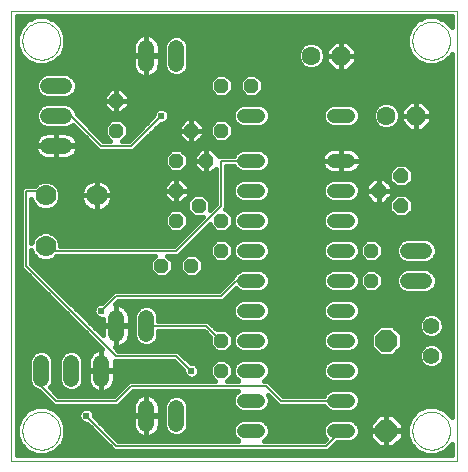
<source format=gbl>
G75*
%MOIN*%
%OFA0B0*%
%FSLAX24Y24*%
%IPPOS*%
%LPD*%
%AMOC8*
5,1,8,0,0,1.08239X$1,22.5*
%
%ADD10C,0.0000*%
%ADD11C,0.0480*%
%ADD12OC8,0.0500*%
%ADD13OC8,0.0480*%
%ADD14C,0.0540*%
%ADD15OC8,0.0750*%
%ADD16OC8,0.0630*%
%ADD17C,0.0630*%
%ADD18C,0.0551*%
%ADD19C,0.0700*%
%ADD20C,0.0060*%
%ADD21C,0.0160*%
%ADD22C,0.0240*%
D10*
X000180Y000180D02*
X000180Y015176D01*
X015050Y015176D01*
X015050Y000180D01*
X000180Y000180D01*
X000550Y001180D02*
X000552Y001230D01*
X000558Y001280D01*
X000568Y001329D01*
X000582Y001377D01*
X000599Y001424D01*
X000620Y001469D01*
X000645Y001513D01*
X000673Y001554D01*
X000705Y001593D01*
X000739Y001630D01*
X000776Y001664D01*
X000816Y001694D01*
X000858Y001721D01*
X000902Y001745D01*
X000948Y001766D01*
X000995Y001782D01*
X001043Y001795D01*
X001093Y001804D01*
X001142Y001809D01*
X001193Y001810D01*
X001243Y001807D01*
X001292Y001800D01*
X001341Y001789D01*
X001389Y001774D01*
X001435Y001756D01*
X001480Y001734D01*
X001523Y001708D01*
X001564Y001679D01*
X001603Y001647D01*
X001639Y001612D01*
X001671Y001574D01*
X001701Y001534D01*
X001728Y001491D01*
X001751Y001447D01*
X001770Y001401D01*
X001786Y001353D01*
X001798Y001304D01*
X001806Y001255D01*
X001810Y001205D01*
X001810Y001155D01*
X001806Y001105D01*
X001798Y001056D01*
X001786Y001007D01*
X001770Y000959D01*
X001751Y000913D01*
X001728Y000869D01*
X001701Y000826D01*
X001671Y000786D01*
X001639Y000748D01*
X001603Y000713D01*
X001564Y000681D01*
X001523Y000652D01*
X001480Y000626D01*
X001435Y000604D01*
X001389Y000586D01*
X001341Y000571D01*
X001292Y000560D01*
X001243Y000553D01*
X001193Y000550D01*
X001142Y000551D01*
X001093Y000556D01*
X001043Y000565D01*
X000995Y000578D01*
X000948Y000594D01*
X000902Y000615D01*
X000858Y000639D01*
X000816Y000666D01*
X000776Y000696D01*
X000739Y000730D01*
X000705Y000767D01*
X000673Y000806D01*
X000645Y000847D01*
X000620Y000891D01*
X000599Y000936D01*
X000582Y000983D01*
X000568Y001031D01*
X000558Y001080D01*
X000552Y001130D01*
X000550Y001180D01*
X000550Y014180D02*
X000552Y014230D01*
X000558Y014280D01*
X000568Y014329D01*
X000582Y014377D01*
X000599Y014424D01*
X000620Y014469D01*
X000645Y014513D01*
X000673Y014554D01*
X000705Y014593D01*
X000739Y014630D01*
X000776Y014664D01*
X000816Y014694D01*
X000858Y014721D01*
X000902Y014745D01*
X000948Y014766D01*
X000995Y014782D01*
X001043Y014795D01*
X001093Y014804D01*
X001142Y014809D01*
X001193Y014810D01*
X001243Y014807D01*
X001292Y014800D01*
X001341Y014789D01*
X001389Y014774D01*
X001435Y014756D01*
X001480Y014734D01*
X001523Y014708D01*
X001564Y014679D01*
X001603Y014647D01*
X001639Y014612D01*
X001671Y014574D01*
X001701Y014534D01*
X001728Y014491D01*
X001751Y014447D01*
X001770Y014401D01*
X001786Y014353D01*
X001798Y014304D01*
X001806Y014255D01*
X001810Y014205D01*
X001810Y014155D01*
X001806Y014105D01*
X001798Y014056D01*
X001786Y014007D01*
X001770Y013959D01*
X001751Y013913D01*
X001728Y013869D01*
X001701Y013826D01*
X001671Y013786D01*
X001639Y013748D01*
X001603Y013713D01*
X001564Y013681D01*
X001523Y013652D01*
X001480Y013626D01*
X001435Y013604D01*
X001389Y013586D01*
X001341Y013571D01*
X001292Y013560D01*
X001243Y013553D01*
X001193Y013550D01*
X001142Y013551D01*
X001093Y013556D01*
X001043Y013565D01*
X000995Y013578D01*
X000948Y013594D01*
X000902Y013615D01*
X000858Y013639D01*
X000816Y013666D01*
X000776Y013696D01*
X000739Y013730D01*
X000705Y013767D01*
X000673Y013806D01*
X000645Y013847D01*
X000620Y013891D01*
X000599Y013936D01*
X000582Y013983D01*
X000568Y014031D01*
X000558Y014080D01*
X000552Y014130D01*
X000550Y014180D01*
X013550Y014180D02*
X013552Y014230D01*
X013558Y014280D01*
X013568Y014329D01*
X013582Y014377D01*
X013599Y014424D01*
X013620Y014469D01*
X013645Y014513D01*
X013673Y014554D01*
X013705Y014593D01*
X013739Y014630D01*
X013776Y014664D01*
X013816Y014694D01*
X013858Y014721D01*
X013902Y014745D01*
X013948Y014766D01*
X013995Y014782D01*
X014043Y014795D01*
X014093Y014804D01*
X014142Y014809D01*
X014193Y014810D01*
X014243Y014807D01*
X014292Y014800D01*
X014341Y014789D01*
X014389Y014774D01*
X014435Y014756D01*
X014480Y014734D01*
X014523Y014708D01*
X014564Y014679D01*
X014603Y014647D01*
X014639Y014612D01*
X014671Y014574D01*
X014701Y014534D01*
X014728Y014491D01*
X014751Y014447D01*
X014770Y014401D01*
X014786Y014353D01*
X014798Y014304D01*
X014806Y014255D01*
X014810Y014205D01*
X014810Y014155D01*
X014806Y014105D01*
X014798Y014056D01*
X014786Y014007D01*
X014770Y013959D01*
X014751Y013913D01*
X014728Y013869D01*
X014701Y013826D01*
X014671Y013786D01*
X014639Y013748D01*
X014603Y013713D01*
X014564Y013681D01*
X014523Y013652D01*
X014480Y013626D01*
X014435Y013604D01*
X014389Y013586D01*
X014341Y013571D01*
X014292Y013560D01*
X014243Y013553D01*
X014193Y013550D01*
X014142Y013551D01*
X014093Y013556D01*
X014043Y013565D01*
X013995Y013578D01*
X013948Y013594D01*
X013902Y013615D01*
X013858Y013639D01*
X013816Y013666D01*
X013776Y013696D01*
X013739Y013730D01*
X013705Y013767D01*
X013673Y013806D01*
X013645Y013847D01*
X013620Y013891D01*
X013599Y013936D01*
X013582Y013983D01*
X013568Y014031D01*
X013558Y014080D01*
X013552Y014130D01*
X013550Y014180D01*
X013550Y001180D02*
X013552Y001230D01*
X013558Y001280D01*
X013568Y001329D01*
X013582Y001377D01*
X013599Y001424D01*
X013620Y001469D01*
X013645Y001513D01*
X013673Y001554D01*
X013705Y001593D01*
X013739Y001630D01*
X013776Y001664D01*
X013816Y001694D01*
X013858Y001721D01*
X013902Y001745D01*
X013948Y001766D01*
X013995Y001782D01*
X014043Y001795D01*
X014093Y001804D01*
X014142Y001809D01*
X014193Y001810D01*
X014243Y001807D01*
X014292Y001800D01*
X014341Y001789D01*
X014389Y001774D01*
X014435Y001756D01*
X014480Y001734D01*
X014523Y001708D01*
X014564Y001679D01*
X014603Y001647D01*
X014639Y001612D01*
X014671Y001574D01*
X014701Y001534D01*
X014728Y001491D01*
X014751Y001447D01*
X014770Y001401D01*
X014786Y001353D01*
X014798Y001304D01*
X014806Y001255D01*
X014810Y001205D01*
X014810Y001155D01*
X014806Y001105D01*
X014798Y001056D01*
X014786Y001007D01*
X014770Y000959D01*
X014751Y000913D01*
X014728Y000869D01*
X014701Y000826D01*
X014671Y000786D01*
X014639Y000748D01*
X014603Y000713D01*
X014564Y000681D01*
X014523Y000652D01*
X014480Y000626D01*
X014435Y000604D01*
X014389Y000586D01*
X014341Y000571D01*
X014292Y000560D01*
X014243Y000553D01*
X014193Y000550D01*
X014142Y000551D01*
X014093Y000556D01*
X014043Y000565D01*
X013995Y000578D01*
X013948Y000594D01*
X013902Y000615D01*
X013858Y000639D01*
X013816Y000666D01*
X013776Y000696D01*
X013739Y000730D01*
X013705Y000767D01*
X013673Y000806D01*
X013645Y000847D01*
X013620Y000891D01*
X013599Y000936D01*
X013582Y000983D01*
X013568Y001031D01*
X013558Y001080D01*
X013552Y001130D01*
X013550Y001180D01*
D11*
X011420Y001182D02*
X010940Y001182D01*
X010940Y002182D02*
X011420Y002182D01*
X011420Y003182D02*
X010940Y003182D01*
X010940Y004182D02*
X011420Y004182D01*
X011420Y005182D02*
X010940Y005182D01*
X010940Y006182D02*
X011420Y006182D01*
X011420Y007182D02*
X010940Y007182D01*
X010940Y008182D02*
X011420Y008182D01*
X011420Y009182D02*
X010940Y009182D01*
X010940Y010182D02*
X011420Y010182D01*
X011420Y011680D02*
X010940Y011680D01*
X008420Y011680D02*
X007940Y011680D01*
X007940Y010182D02*
X008420Y010182D01*
X008420Y009182D02*
X007940Y009182D01*
X007940Y008182D02*
X008420Y008182D01*
X008420Y007182D02*
X007940Y007182D01*
X007940Y006182D02*
X008420Y006182D01*
X008420Y005182D02*
X007940Y005182D01*
X007940Y004182D02*
X008420Y004182D01*
X008420Y003182D02*
X007940Y003182D01*
X007940Y002182D02*
X008420Y002182D01*
X008420Y001182D02*
X007940Y001182D01*
D12*
X013180Y008680D03*
X012430Y009180D03*
X013180Y009680D03*
D13*
X012180Y007180D03*
X012180Y006180D03*
X007180Y007180D03*
X006180Y006680D03*
X005180Y006680D03*
X005680Y008180D03*
X006430Y008680D03*
X007180Y008180D03*
X005680Y009180D03*
X005680Y010180D03*
X006180Y011180D03*
X007180Y011180D03*
X006680Y010180D03*
X007180Y012680D03*
X008180Y012680D03*
X003680Y012180D03*
X003680Y011180D03*
X007180Y004180D03*
X007180Y003180D03*
D14*
X005680Y001950D02*
X005680Y001410D01*
X004680Y001410D02*
X004680Y001950D01*
X003180Y002910D02*
X003180Y003450D01*
X002180Y003450D02*
X002180Y002910D01*
X001180Y002910D02*
X001180Y003450D01*
X003680Y004410D02*
X003680Y004950D01*
X004680Y004950D02*
X004680Y004410D01*
X001950Y010680D02*
X001410Y010680D01*
X001410Y011680D02*
X001950Y011680D01*
X001950Y012680D02*
X001410Y012680D01*
X004680Y013410D02*
X004680Y013950D01*
X005680Y013950D02*
X005680Y013410D01*
X013410Y007180D02*
X013950Y007180D01*
X013950Y006180D02*
X013410Y006180D01*
D15*
X012680Y004180D03*
X012680Y001180D03*
D16*
X013680Y011680D03*
X011180Y013680D03*
D17*
X010180Y013680D03*
X012680Y011680D03*
D18*
X014180Y004680D03*
X014180Y003680D03*
D19*
X003028Y009028D03*
X001332Y009028D03*
X001332Y007332D03*
D20*
X001180Y007180D01*
X005680Y007180D01*
X007180Y008680D01*
X007180Y010180D01*
X008180Y010180D01*
X008180Y010182D01*
X005180Y011680D02*
X004180Y010680D01*
X003180Y010680D01*
X002180Y011680D01*
X001680Y011680D01*
X001180Y009180D02*
X000680Y009180D01*
X000680Y006680D01*
X003680Y003680D01*
X005680Y003680D01*
X006180Y003180D01*
X007180Y004180D02*
X006680Y004680D01*
X004680Y004680D01*
X003680Y005680D02*
X007180Y005680D01*
X007680Y006180D01*
X008180Y006180D01*
X008180Y006182D01*
X008680Y002680D02*
X004180Y002680D01*
X003680Y002180D01*
X001680Y002180D01*
X001180Y002680D01*
X001180Y003180D01*
X002680Y001680D02*
X003680Y000680D01*
X010680Y000680D01*
X011180Y001180D01*
X011180Y001182D01*
X011180Y002180D02*
X011180Y002182D01*
X011180Y002180D02*
X009180Y002180D01*
X008680Y002680D01*
X003680Y005680D02*
X003180Y005180D01*
X001332Y009028D02*
X001180Y009180D01*
D21*
X000961Y009350D02*
X000610Y009350D01*
X000510Y009250D01*
X000510Y006610D01*
X000610Y006510D01*
X003220Y003899D01*
X003215Y003900D01*
X003190Y003900D01*
X003190Y003190D01*
X003630Y003190D01*
X003630Y003485D01*
X003626Y003510D01*
X005610Y003510D01*
X005920Y003200D01*
X005920Y003128D01*
X005960Y003033D01*
X006033Y002960D01*
X006128Y002920D01*
X006232Y002920D01*
X006327Y002960D01*
X006400Y003033D01*
X006440Y003128D01*
X006440Y003232D01*
X006400Y003327D01*
X006327Y003400D01*
X006232Y003440D01*
X006160Y003440D01*
X005850Y003750D01*
X005850Y003750D01*
X005750Y003850D01*
X003750Y003850D01*
X003640Y003961D01*
X003645Y003960D01*
X003670Y003960D01*
X003670Y004670D01*
X003230Y004670D01*
X003230Y004375D01*
X003231Y004370D01*
X000850Y006750D01*
X000850Y007215D01*
X000917Y007054D01*
X001054Y006917D01*
X001235Y006842D01*
X001429Y006842D01*
X001610Y006917D01*
X001703Y007010D01*
X004973Y007010D01*
X004800Y006837D01*
X000850Y006837D01*
X000850Y006996D02*
X000976Y006996D01*
X000875Y007154D02*
X000850Y007154D01*
X000850Y007449D02*
X000850Y008911D01*
X000917Y008750D01*
X001054Y008613D01*
X001235Y008538D01*
X001429Y008538D01*
X001610Y008613D01*
X001747Y008750D01*
X001822Y008931D01*
X001822Y009125D01*
X001747Y009306D01*
X001610Y009443D01*
X001429Y009518D01*
X001235Y009518D01*
X001054Y009443D01*
X000961Y009350D01*
X000984Y009373D02*
X000360Y009373D01*
X000360Y009532D02*
X002863Y009532D01*
X002825Y009519D02*
X002904Y009545D01*
X002986Y009558D01*
X003028Y009558D01*
X003028Y009028D01*
X003028Y009028D01*
X003558Y009028D01*
X003558Y009070D01*
X003545Y009152D01*
X003519Y009231D01*
X003481Y009306D01*
X003432Y009373D01*
X003373Y009432D01*
X003306Y009481D01*
X003231Y009519D01*
X003152Y009545D01*
X003070Y009558D01*
X003028Y009558D01*
X003028Y009028D01*
X003028Y009028D01*
X003558Y009028D01*
X003558Y008986D01*
X003545Y008904D01*
X003519Y008825D01*
X003481Y008750D01*
X003432Y008683D01*
X003373Y008624D01*
X003306Y008575D01*
X003231Y008537D01*
X003152Y008511D01*
X003070Y008498D01*
X003028Y008498D01*
X003028Y009028D01*
X003028Y009028D01*
X002498Y009028D01*
X002498Y009070D01*
X002511Y009152D01*
X002537Y009231D01*
X002575Y009306D01*
X002624Y009373D01*
X002683Y009432D01*
X002750Y009481D01*
X002825Y009519D01*
X003028Y009532D02*
X003028Y009532D01*
X003028Y009373D02*
X003028Y009373D01*
X003193Y009532D02*
X005438Y009532D01*
X005506Y009600D02*
X005260Y009354D01*
X005260Y009180D01*
X005680Y009180D01*
X005680Y009180D01*
X005680Y009600D01*
X005854Y009600D01*
X006100Y009354D01*
X006100Y009180D01*
X005680Y009180D01*
X005680Y009180D01*
X005680Y009180D01*
X005680Y009600D01*
X005506Y009600D01*
X005680Y009532D02*
X005680Y009532D01*
X005680Y009373D02*
X005680Y009373D01*
X005680Y009215D02*
X005680Y009215D01*
X005680Y009180D02*
X005260Y009180D01*
X005260Y009006D01*
X005506Y008760D01*
X005680Y008760D01*
X005854Y008760D01*
X006100Y009006D01*
X006100Y009180D01*
X005680Y009180D01*
X005680Y008760D01*
X005680Y009180D01*
X005680Y009180D01*
X005680Y009056D02*
X005680Y009056D01*
X005680Y008898D02*
X005680Y008898D01*
X005991Y008898D02*
X006110Y008898D01*
X006050Y008837D02*
X006050Y008523D01*
X006273Y008300D01*
X006560Y008300D01*
X005610Y007350D01*
X001822Y007350D01*
X001822Y007429D01*
X001747Y007610D01*
X001610Y007747D01*
X001429Y007822D01*
X001235Y007822D01*
X001054Y007747D01*
X000917Y007610D01*
X000850Y007449D01*
X000850Y007471D02*
X000859Y007471D01*
X000850Y007630D02*
X000937Y007630D01*
X000850Y007788D02*
X001152Y007788D01*
X000850Y007947D02*
X005376Y007947D01*
X005300Y008023D02*
X005523Y007800D01*
X005837Y007800D01*
X006060Y008023D01*
X006060Y008337D01*
X005837Y008560D01*
X005523Y008560D01*
X005300Y008337D01*
X005300Y008023D01*
X005300Y008105D02*
X000850Y008105D01*
X000850Y008264D02*
X005300Y008264D01*
X005385Y008422D02*
X000850Y008422D01*
X000850Y008581D02*
X001132Y008581D01*
X000928Y008739D02*
X000850Y008739D01*
X000850Y008898D02*
X000856Y008898D01*
X000510Y008898D02*
X000360Y008898D01*
X000360Y009056D02*
X000510Y009056D01*
X000510Y009215D02*
X000360Y009215D01*
X000360Y008739D02*
X000510Y008739D01*
X000510Y008581D02*
X000360Y008581D01*
X000360Y008422D02*
X000510Y008422D01*
X000510Y008264D02*
X000360Y008264D01*
X000360Y008105D02*
X000510Y008105D01*
X000510Y007947D02*
X000360Y007947D01*
X000360Y007788D02*
X000510Y007788D01*
X000510Y007630D02*
X000360Y007630D01*
X000360Y007471D02*
X000510Y007471D01*
X000510Y007313D02*
X000360Y007313D01*
X000360Y007154D02*
X000510Y007154D01*
X000510Y006996D02*
X000360Y006996D01*
X000360Y006837D02*
X000510Y006837D01*
X000510Y006679D02*
X000360Y006679D01*
X000360Y006520D02*
X000600Y006520D01*
X000758Y006362D02*
X000360Y006362D01*
X000360Y006203D02*
X000917Y006203D01*
X001075Y006045D02*
X000360Y006045D01*
X000360Y005886D02*
X001234Y005886D01*
X001392Y005728D02*
X000360Y005728D01*
X000360Y005569D02*
X001551Y005569D01*
X001709Y005411D02*
X000360Y005411D01*
X000360Y005252D02*
X001868Y005252D01*
X002026Y005094D02*
X000360Y005094D01*
X000360Y004935D02*
X002185Y004935D01*
X002343Y004777D02*
X000360Y004777D01*
X000360Y004618D02*
X002502Y004618D01*
X002660Y004460D02*
X000360Y004460D01*
X000360Y004301D02*
X002819Y004301D01*
X002977Y004143D02*
X000360Y004143D01*
X000360Y003984D02*
X003136Y003984D01*
X003145Y003900D02*
X003075Y003889D01*
X003007Y003867D01*
X002944Y003835D01*
X002887Y003793D01*
X002837Y003743D01*
X002795Y003686D01*
X002763Y003623D01*
X002741Y003555D01*
X002730Y003485D01*
X002730Y003190D01*
X003170Y003190D01*
X003170Y003900D01*
X003145Y003900D01*
X003170Y003826D02*
X003190Y003826D01*
X003190Y003667D02*
X003170Y003667D01*
X003170Y003509D02*
X003190Y003509D01*
X003190Y003350D02*
X003170Y003350D01*
X003170Y003192D02*
X003190Y003192D01*
X003190Y003190D02*
X003170Y003190D01*
X003170Y003170D01*
X003190Y003170D01*
X003190Y003190D01*
X003190Y003170D02*
X003630Y003170D01*
X003630Y002875D01*
X003619Y002805D01*
X003597Y002737D01*
X003565Y002674D01*
X003523Y002617D01*
X003473Y002567D01*
X003416Y002525D01*
X003353Y002493D01*
X003285Y002471D01*
X003215Y002460D01*
X003190Y002460D01*
X003190Y003170D01*
X003170Y003170D02*
X003170Y002460D01*
X003145Y002460D01*
X003075Y002471D01*
X003007Y002493D01*
X002944Y002525D01*
X002887Y002567D01*
X002837Y002617D01*
X002795Y002674D01*
X002763Y002737D01*
X002741Y002805D01*
X002730Y002875D01*
X002730Y003170D01*
X003170Y003170D01*
X003170Y003033D02*
X003190Y003033D01*
X003190Y002875D02*
X003170Y002875D01*
X003170Y002716D02*
X003190Y002716D01*
X003190Y002558D02*
X003170Y002558D01*
X002900Y002558D02*
X002400Y002558D01*
X002412Y002562D02*
X002528Y002678D01*
X002590Y002828D01*
X002590Y003532D01*
X002528Y003682D01*
X002412Y003798D01*
X002262Y003860D01*
X002098Y003860D01*
X001948Y003798D01*
X001832Y003682D01*
X001770Y003532D01*
X001770Y002828D01*
X001832Y002678D01*
X001948Y002562D01*
X002098Y002500D01*
X002262Y002500D01*
X002412Y002562D01*
X002543Y002716D02*
X002774Y002716D01*
X002730Y002875D02*
X002590Y002875D01*
X002590Y003033D02*
X002730Y003033D01*
X002730Y003192D02*
X002590Y003192D01*
X002590Y003350D02*
X002730Y003350D01*
X002734Y003509D02*
X002590Y003509D01*
X002534Y003667D02*
X002786Y003667D01*
X002931Y003826D02*
X002345Y003826D01*
X002015Y003826D02*
X001345Y003826D01*
X001412Y003798D02*
X001262Y003860D01*
X001098Y003860D01*
X000948Y003798D01*
X000832Y003682D01*
X000770Y003532D01*
X000770Y002828D01*
X000832Y002678D01*
X000948Y002562D01*
X001098Y002500D01*
X001120Y002500D01*
X001610Y002010D01*
X003750Y002010D01*
X003850Y002110D01*
X004250Y002510D01*
X007739Y002510D01*
X007725Y002504D01*
X007618Y002397D01*
X007560Y002258D01*
X007560Y002106D01*
X007618Y001967D01*
X007725Y001860D01*
X007864Y001802D01*
X008496Y001802D01*
X008635Y001860D01*
X008742Y001967D01*
X008800Y002106D01*
X008800Y002258D01*
X008756Y002363D01*
X009110Y002010D01*
X010600Y002010D01*
X010618Y001967D01*
X010725Y001860D01*
X010864Y001802D01*
X011496Y001802D01*
X011635Y001860D01*
X011742Y001967D01*
X011800Y002106D01*
X011800Y002258D01*
X011742Y002397D01*
X011635Y002504D01*
X011496Y002562D01*
X010864Y002562D01*
X010725Y002504D01*
X010618Y002397D01*
X010598Y002350D01*
X009250Y002350D01*
X008850Y002750D01*
X008750Y002850D01*
X008612Y002850D01*
X008635Y002860D01*
X008742Y002967D01*
X008800Y003106D01*
X008800Y003258D01*
X008742Y003397D01*
X008635Y003504D01*
X008496Y003562D01*
X007864Y003562D01*
X007725Y003504D01*
X007618Y003397D01*
X007560Y003258D01*
X007560Y003106D01*
X007618Y002967D01*
X007725Y002860D01*
X007748Y002850D01*
X007387Y002850D01*
X007560Y003023D01*
X007560Y003337D01*
X007337Y003560D01*
X007023Y003560D01*
X006800Y003337D01*
X006800Y003023D01*
X006973Y002850D01*
X004110Y002850D01*
X003610Y002350D01*
X001750Y002350D01*
X001475Y002625D01*
X001528Y002678D01*
X001590Y002828D01*
X001590Y003532D01*
X001528Y003682D01*
X001412Y003798D01*
X001534Y003667D02*
X001826Y003667D01*
X001770Y003509D02*
X001590Y003509D01*
X001590Y003350D02*
X001770Y003350D01*
X001770Y003192D02*
X001590Y003192D01*
X001590Y003033D02*
X001770Y003033D01*
X001770Y002875D02*
X001590Y002875D01*
X001543Y002716D02*
X001817Y002716D01*
X001960Y002558D02*
X001543Y002558D01*
X001701Y002399D02*
X003659Y002399D01*
X003817Y002558D02*
X003460Y002558D01*
X003586Y002716D02*
X003976Y002716D01*
X004139Y002399D02*
X004638Y002399D01*
X004645Y002400D02*
X004575Y002389D01*
X004507Y002367D01*
X004444Y002335D01*
X004387Y002293D01*
X004337Y002243D01*
X004295Y002186D01*
X004263Y002123D01*
X004241Y002055D01*
X004230Y001985D01*
X004230Y001690D01*
X004670Y001690D01*
X004670Y002400D01*
X004645Y002400D01*
X004670Y002399D02*
X004690Y002399D01*
X004690Y002400D02*
X004690Y001690D01*
X004670Y001690D01*
X004670Y001670D01*
X004230Y001670D01*
X004230Y001375D01*
X004241Y001305D01*
X004263Y001237D01*
X004295Y001174D01*
X004337Y001117D01*
X004387Y001067D01*
X004444Y001025D01*
X004507Y000993D01*
X004575Y000971D01*
X004645Y000960D01*
X004670Y000960D01*
X004670Y001670D01*
X004690Y001670D01*
X004690Y001690D01*
X005130Y001690D01*
X005130Y001985D01*
X005119Y002055D01*
X005097Y002123D01*
X005065Y002186D01*
X005023Y002243D01*
X004973Y002293D01*
X004916Y002335D01*
X004853Y002367D01*
X004785Y002389D01*
X004715Y002400D01*
X004690Y002400D01*
X004722Y002399D02*
X007620Y002399D01*
X007560Y002241D02*
X005969Y002241D01*
X005912Y002298D02*
X005762Y002360D01*
X005598Y002360D01*
X005448Y002298D01*
X005332Y002182D01*
X005270Y002032D01*
X005270Y001328D01*
X005332Y001178D01*
X005448Y001062D01*
X005598Y001000D01*
X005762Y001000D01*
X005912Y001062D01*
X006028Y001178D01*
X006090Y001328D01*
X006090Y002032D01*
X006028Y002182D01*
X005912Y002298D01*
X006069Y002082D02*
X007570Y002082D01*
X007661Y001924D02*
X006090Y001924D01*
X006090Y001765D02*
X013620Y001765D01*
X013721Y001867D02*
X013493Y001639D01*
X013370Y001341D01*
X013370Y001019D01*
X013493Y000721D01*
X013721Y000493D01*
X014019Y000370D01*
X014341Y000370D01*
X014639Y000493D01*
X014867Y000721D01*
X014870Y000730D01*
X014870Y000360D01*
X000360Y000360D01*
X000360Y014996D01*
X014870Y014996D01*
X014870Y014630D01*
X014867Y014639D01*
X014639Y014867D01*
X014341Y014990D01*
X014019Y014990D01*
X013721Y014867D01*
X013493Y014639D01*
X013370Y014341D01*
X013370Y014019D01*
X013493Y013721D01*
X013721Y013493D01*
X014019Y013370D01*
X014341Y013370D01*
X014639Y013493D01*
X014867Y013721D01*
X014870Y013730D01*
X014870Y001630D01*
X014867Y001639D01*
X014639Y001867D01*
X014341Y001990D01*
X014019Y001990D01*
X013721Y001867D01*
X013859Y001924D02*
X011699Y001924D01*
X011790Y002082D02*
X014870Y002082D01*
X014870Y001924D02*
X014501Y001924D01*
X014740Y001765D02*
X014870Y001765D01*
X014870Y002241D02*
X011800Y002241D01*
X011740Y002399D02*
X014870Y002399D01*
X014870Y002558D02*
X011506Y002558D01*
X011496Y002802D02*
X011635Y002860D01*
X011742Y002967D01*
X011800Y003106D01*
X011800Y003258D01*
X011742Y003397D01*
X011635Y003504D01*
X011496Y003562D01*
X010864Y003562D01*
X010725Y003504D01*
X010618Y003397D01*
X010560Y003258D01*
X010560Y003106D01*
X010618Y002967D01*
X010725Y002860D01*
X010864Y002802D01*
X011496Y002802D01*
X011650Y002875D02*
X014870Y002875D01*
X014870Y003033D02*
X011770Y003033D01*
X011800Y003192D02*
X014870Y003192D01*
X014870Y003350D02*
X014438Y003350D01*
X014415Y003328D02*
X014532Y003445D01*
X014596Y003597D01*
X014596Y003763D01*
X014532Y003915D01*
X014415Y004032D01*
X014263Y004096D01*
X014097Y004096D01*
X013945Y004032D01*
X013828Y003915D01*
X013764Y003763D01*
X013764Y003597D01*
X013828Y003445D01*
X013945Y003328D01*
X014097Y003264D01*
X014263Y003264D01*
X014415Y003328D01*
X014559Y003509D02*
X014870Y003509D01*
X014870Y003667D02*
X014596Y003667D01*
X014570Y003826D02*
X014870Y003826D01*
X014870Y003984D02*
X014464Y003984D01*
X014263Y004264D02*
X014097Y004264D01*
X013945Y004328D01*
X013828Y004445D01*
X013764Y004597D01*
X013764Y004763D01*
X013828Y004915D01*
X013945Y005032D01*
X014097Y005096D01*
X014263Y005096D01*
X014415Y005032D01*
X014532Y004915D01*
X014596Y004763D01*
X014596Y004597D01*
X014532Y004445D01*
X014415Y004328D01*
X014263Y004264D01*
X014351Y004301D02*
X014870Y004301D01*
X014870Y004460D02*
X014538Y004460D01*
X014596Y004618D02*
X014870Y004618D01*
X014870Y004777D02*
X014590Y004777D01*
X014513Y004935D02*
X014870Y004935D01*
X014870Y005094D02*
X014268Y005094D01*
X014092Y005094D02*
X011795Y005094D01*
X011800Y005106D02*
X011800Y005258D01*
X011742Y005397D01*
X011635Y005504D01*
X011496Y005562D01*
X010864Y005562D01*
X010725Y005504D01*
X010618Y005397D01*
X010560Y005258D01*
X010560Y005106D01*
X010618Y004967D01*
X010725Y004860D01*
X010864Y004802D01*
X011496Y004802D01*
X011635Y004860D01*
X011742Y004967D01*
X011800Y005106D01*
X011800Y005252D02*
X014870Y005252D01*
X014870Y005411D02*
X011729Y005411D01*
X011496Y005802D02*
X011635Y005860D01*
X011742Y005967D01*
X011800Y006106D01*
X011800Y006258D01*
X011742Y006397D01*
X011635Y006504D01*
X011496Y006562D01*
X010864Y006562D01*
X010725Y006504D01*
X010618Y006397D01*
X010560Y006258D01*
X010560Y006106D01*
X010618Y005967D01*
X010725Y005860D01*
X010864Y005802D01*
X011496Y005802D01*
X011661Y005886D02*
X011937Y005886D01*
X012023Y005800D02*
X011800Y006023D01*
X011800Y006337D01*
X012023Y006560D01*
X012337Y006560D01*
X012560Y006337D01*
X012560Y006023D01*
X012337Y005800D01*
X012023Y005800D01*
X011800Y006045D02*
X011774Y006045D01*
X011800Y006203D02*
X011800Y006203D01*
X011824Y006362D02*
X011757Y006362D01*
X011597Y006520D02*
X011983Y006520D01*
X012023Y006800D02*
X012337Y006800D01*
X012560Y007023D01*
X012560Y007337D01*
X012337Y007560D01*
X012023Y007560D01*
X011800Y007337D01*
X011800Y007023D01*
X012023Y006800D01*
X011986Y006837D02*
X011580Y006837D01*
X011635Y006860D02*
X011742Y006967D01*
X011800Y007106D01*
X011800Y007258D01*
X011742Y007397D01*
X011635Y007504D01*
X011496Y007562D01*
X010864Y007562D01*
X010725Y007504D01*
X010618Y007397D01*
X010560Y007258D01*
X010560Y007106D01*
X010618Y006967D01*
X010725Y006860D01*
X010864Y006802D01*
X011496Y006802D01*
X011635Y006860D01*
X011754Y006996D02*
X011827Y006996D01*
X011800Y007154D02*
X011800Y007154D01*
X011800Y007313D02*
X011777Y007313D01*
X011668Y007471D02*
X011934Y007471D01*
X011635Y007860D02*
X011742Y007967D01*
X011800Y008106D01*
X011800Y008258D01*
X011742Y008397D01*
X011635Y008504D01*
X011496Y008562D01*
X010864Y008562D01*
X010725Y008504D01*
X010618Y008397D01*
X010560Y008258D01*
X010560Y008106D01*
X010618Y007967D01*
X010725Y007860D01*
X010864Y007802D01*
X011496Y007802D01*
X011635Y007860D01*
X011722Y007947D02*
X014870Y007947D01*
X014870Y008105D02*
X011799Y008105D01*
X011798Y008264D02*
X014870Y008264D01*
X014870Y008422D02*
X013474Y008422D01*
X013570Y008518D02*
X013342Y008290D01*
X013018Y008290D01*
X012790Y008518D01*
X012790Y008842D01*
X013018Y009070D01*
X013342Y009070D01*
X013570Y008842D01*
X013570Y008518D01*
X013570Y008581D02*
X014870Y008581D01*
X014870Y008739D02*
X013570Y008739D01*
X013514Y008898D02*
X014870Y008898D01*
X014870Y009056D02*
X013356Y009056D01*
X013342Y009290D02*
X013018Y009290D01*
X012790Y009518D01*
X012790Y009842D01*
X013018Y010070D01*
X013342Y010070D01*
X013570Y009842D01*
X013570Y009518D01*
X013342Y009290D01*
X013425Y009373D02*
X014870Y009373D01*
X014870Y009532D02*
X013570Y009532D01*
X013570Y009690D02*
X014870Y009690D01*
X014870Y009849D02*
X013563Y009849D01*
X013405Y010007D02*
X014870Y010007D01*
X014870Y010166D02*
X011840Y010166D01*
X011840Y010182D02*
X011180Y010182D01*
X011180Y010182D01*
X011180Y010602D01*
X010907Y010602D01*
X010842Y010592D01*
X010779Y010571D01*
X010720Y010541D01*
X010666Y010502D01*
X010620Y010456D01*
X010581Y010402D01*
X010551Y010343D01*
X010530Y010280D01*
X010520Y010215D01*
X010520Y010182D01*
X011180Y010182D01*
X011180Y010602D01*
X011453Y010602D01*
X011518Y010592D01*
X011581Y010571D01*
X011640Y010541D01*
X011694Y010502D01*
X011740Y010456D01*
X011779Y010402D01*
X011809Y010343D01*
X011830Y010280D01*
X011840Y010215D01*
X011840Y010182D01*
X011180Y010182D01*
X011180Y010182D01*
X011180Y010182D01*
X010520Y010182D01*
X010520Y010149D01*
X010530Y010084D01*
X010551Y010021D01*
X010581Y009962D01*
X010620Y009908D01*
X010666Y009862D01*
X010720Y009823D01*
X010779Y009793D01*
X010842Y009772D01*
X010907Y009762D01*
X011180Y009762D01*
X011453Y009762D01*
X011518Y009772D01*
X011581Y009793D01*
X011640Y009823D01*
X011694Y009862D01*
X011740Y009908D01*
X011779Y009962D01*
X011809Y010021D01*
X011830Y010084D01*
X011840Y010149D01*
X011840Y010182D01*
X011815Y010324D02*
X014870Y010324D01*
X014870Y010483D02*
X011713Y010483D01*
X011802Y010007D02*
X012955Y010007D01*
X012797Y009849D02*
X011676Y009849D01*
X011569Y009532D02*
X012173Y009532D01*
X012252Y009610D02*
X012000Y009358D01*
X012000Y009180D01*
X012430Y009180D01*
X012430Y009180D01*
X012430Y009610D01*
X012608Y009610D01*
X012860Y009358D01*
X012860Y009180D01*
X012430Y009180D01*
X012430Y009180D01*
X012430Y009180D01*
X012430Y009610D01*
X012252Y009610D01*
X012430Y009532D02*
X012430Y009532D01*
X012430Y009373D02*
X012430Y009373D01*
X012430Y009215D02*
X012430Y009215D01*
X012430Y009180D02*
X012000Y009180D01*
X012000Y009002D01*
X012252Y008750D01*
X012430Y008750D01*
X012608Y008750D01*
X012860Y009002D01*
X012860Y009180D01*
X012430Y009180D01*
X012430Y008750D01*
X012430Y009180D01*
X012430Y009180D01*
X012430Y009056D02*
X012430Y009056D01*
X012430Y008898D02*
X012430Y008898D01*
X012756Y008898D02*
X012846Y008898D01*
X012860Y009056D02*
X013004Y009056D01*
X012860Y009215D02*
X014870Y009215D01*
X014870Y007788D02*
X006528Y007788D01*
X006370Y007630D02*
X014870Y007630D01*
X014870Y007471D02*
X014239Y007471D01*
X014182Y007528D02*
X014298Y007412D01*
X014360Y007262D01*
X014360Y007098D01*
X014298Y006948D01*
X014182Y006832D01*
X014032Y006770D01*
X013328Y006770D01*
X013178Y006832D01*
X013062Y006948D01*
X013000Y007098D01*
X013000Y007262D01*
X013062Y007412D01*
X013178Y007528D01*
X013328Y007590D01*
X014032Y007590D01*
X014182Y007528D01*
X014339Y007313D02*
X014870Y007313D01*
X014870Y007154D02*
X014360Y007154D01*
X014317Y006996D02*
X014870Y006996D01*
X014870Y006837D02*
X014187Y006837D01*
X014032Y006590D02*
X013328Y006590D01*
X013178Y006528D01*
X013062Y006412D01*
X013000Y006262D01*
X013000Y006098D01*
X013062Y005948D01*
X013178Y005832D01*
X013328Y005770D01*
X014032Y005770D01*
X014182Y005832D01*
X014298Y005948D01*
X014360Y006098D01*
X014360Y006262D01*
X014298Y006412D01*
X014182Y006528D01*
X014032Y006590D01*
X014190Y006520D02*
X014870Y006520D01*
X014870Y006362D02*
X014319Y006362D01*
X014360Y006203D02*
X014870Y006203D01*
X014870Y006045D02*
X014338Y006045D01*
X014236Y005886D02*
X014870Y005886D01*
X014870Y005728D02*
X007468Y005728D01*
X007626Y005886D02*
X007699Y005886D01*
X007725Y005860D02*
X007662Y005922D01*
X007250Y005510D01*
X003750Y005510D01*
X003640Y005399D01*
X003645Y005400D01*
X003670Y005400D01*
X003670Y004690D01*
X003690Y004690D01*
X003690Y005400D01*
X003715Y005400D01*
X003785Y005389D01*
X003853Y005367D01*
X003916Y005335D01*
X003973Y005293D01*
X004023Y005243D01*
X004065Y005186D01*
X004097Y005123D01*
X004119Y005055D01*
X004130Y004985D01*
X004130Y004690D01*
X003690Y004690D01*
X003690Y004670D01*
X004130Y004670D01*
X004130Y004375D01*
X004119Y004305D01*
X004097Y004237D01*
X004065Y004174D01*
X004023Y004117D01*
X003973Y004067D01*
X003916Y004025D01*
X003853Y003993D01*
X003785Y003971D01*
X003715Y003960D01*
X003690Y003960D01*
X003690Y004670D01*
X003670Y004670D01*
X003670Y004690D01*
X003230Y004690D01*
X003230Y004920D01*
X003128Y004920D01*
X003033Y004960D01*
X002960Y005033D01*
X002920Y005128D01*
X002920Y005232D01*
X002960Y005327D01*
X003033Y005400D01*
X003128Y005440D01*
X003200Y005440D01*
X003510Y005750D01*
X003610Y005850D01*
X007110Y005850D01*
X007510Y006250D01*
X007590Y006331D01*
X007618Y006397D01*
X007725Y006504D01*
X007864Y006562D01*
X008496Y006562D01*
X008635Y006504D01*
X008742Y006397D01*
X008800Y006258D01*
X008800Y006106D01*
X008742Y005967D01*
X008635Y005860D01*
X008496Y005802D01*
X007864Y005802D01*
X007725Y005860D01*
X007864Y005562D02*
X007725Y005504D01*
X007618Y005397D01*
X007560Y005258D01*
X007560Y005106D01*
X007618Y004967D01*
X007725Y004860D01*
X007864Y004802D01*
X008496Y004802D01*
X008635Y004860D01*
X008742Y004967D01*
X008800Y005106D01*
X008800Y005258D01*
X008742Y005397D01*
X008635Y005504D01*
X008496Y005562D01*
X007864Y005562D01*
X007631Y005411D02*
X003651Y005411D01*
X003670Y005252D02*
X003690Y005252D01*
X003690Y005094D02*
X003670Y005094D01*
X003670Y004935D02*
X003690Y004935D01*
X003690Y004777D02*
X003670Y004777D01*
X003670Y004618D02*
X003690Y004618D01*
X003690Y004460D02*
X003670Y004460D01*
X003670Y004301D02*
X003690Y004301D01*
X003690Y004143D02*
X003670Y004143D01*
X003670Y003984D02*
X003690Y003984D01*
X003825Y003984D02*
X006839Y003984D01*
X006800Y004023D02*
X007023Y003800D01*
X007337Y003800D01*
X007560Y004023D01*
X007560Y004337D01*
X007337Y004560D01*
X007040Y004560D01*
X006750Y004850D01*
X005090Y004850D01*
X005090Y005032D01*
X005028Y005182D01*
X004912Y005298D01*
X004762Y005360D01*
X004598Y005360D01*
X004448Y005298D01*
X004332Y005182D01*
X004270Y005032D01*
X004270Y004328D01*
X004332Y004178D01*
X004448Y004062D01*
X004598Y004000D01*
X004762Y004000D01*
X004912Y004062D01*
X005028Y004178D01*
X005090Y004328D01*
X005090Y004510D01*
X006610Y004510D01*
X006800Y004320D01*
X006800Y004023D01*
X006800Y004143D02*
X004992Y004143D01*
X005079Y004301D02*
X006800Y004301D01*
X006660Y004460D02*
X005090Y004460D01*
X005090Y004935D02*
X007650Y004935D01*
X007565Y005094D02*
X005064Y005094D01*
X004958Y005252D02*
X007560Y005252D01*
X007309Y005569D02*
X014870Y005569D01*
X014870Y006679D02*
X006560Y006679D01*
X006560Y006523D02*
X006337Y006300D01*
X006023Y006300D01*
X005800Y006523D01*
X005800Y006837D01*
X005560Y006837D01*
X005387Y007010D01*
X005750Y007010D01*
X006800Y008060D01*
X006800Y008023D01*
X007023Y007800D01*
X007337Y007800D01*
X007560Y008023D01*
X007560Y008337D01*
X007337Y008560D01*
X007300Y008560D01*
X007350Y008610D01*
X007350Y010010D01*
X007600Y010010D01*
X007618Y009967D01*
X007725Y009860D01*
X007864Y009802D01*
X008496Y009802D01*
X008635Y009860D01*
X008742Y009967D01*
X008800Y010106D01*
X008800Y010258D01*
X008742Y010397D01*
X008635Y010504D01*
X008496Y010562D01*
X007864Y010562D01*
X007725Y010504D01*
X007618Y010397D01*
X007598Y010350D01*
X007110Y010350D01*
X007100Y010340D01*
X007100Y010354D01*
X006854Y010600D01*
X006680Y010600D01*
X006680Y010180D01*
X006680Y010180D01*
X006680Y009760D01*
X006854Y009760D01*
X007010Y009916D01*
X007010Y008750D01*
X006810Y008550D01*
X006810Y008837D01*
X006587Y009060D01*
X006273Y009060D01*
X006050Y008837D01*
X006050Y008739D02*
X003473Y008739D01*
X003543Y008898D02*
X005369Y008898D01*
X005260Y009056D02*
X003558Y009056D01*
X003525Y009215D02*
X005260Y009215D01*
X005279Y009373D02*
X003432Y009373D01*
X003028Y009215D02*
X003028Y009215D01*
X003028Y009056D02*
X003028Y009056D01*
X003028Y009028D02*
X002498Y009028D01*
X002498Y008986D01*
X002511Y008904D01*
X002537Y008825D01*
X002575Y008750D01*
X002624Y008683D01*
X002683Y008624D01*
X002750Y008575D01*
X002825Y008537D01*
X002904Y008511D01*
X002986Y008498D01*
X003028Y008498D01*
X003028Y009028D01*
X003028Y009028D01*
X003028Y008898D02*
X003028Y008898D01*
X003028Y008739D02*
X003028Y008739D01*
X003028Y008581D02*
X003028Y008581D01*
X003314Y008581D02*
X006050Y008581D01*
X005975Y008422D02*
X006151Y008422D01*
X006060Y008264D02*
X006523Y008264D01*
X006365Y008105D02*
X006060Y008105D01*
X005984Y007947D02*
X006206Y007947D01*
X006048Y007788D02*
X001512Y007788D01*
X001727Y007630D02*
X005889Y007630D01*
X005731Y007471D02*
X001805Y007471D01*
X001688Y006996D02*
X004958Y006996D01*
X004800Y006837D02*
X004800Y006523D01*
X005023Y006300D01*
X005337Y006300D01*
X005560Y006523D01*
X005560Y006837D01*
X005560Y006679D02*
X005800Y006679D01*
X005800Y006837D02*
X006023Y007060D01*
X006337Y007060D01*
X006560Y006837D01*
X006986Y006837D01*
X007023Y006800D02*
X007337Y006800D01*
X007560Y007023D01*
X007560Y007337D01*
X007337Y007560D01*
X007023Y007560D01*
X006800Y007337D01*
X006800Y007023D01*
X007023Y006800D01*
X006827Y006996D02*
X006402Y006996D01*
X006560Y006837D02*
X006560Y006523D01*
X006557Y006520D02*
X007763Y006520D01*
X007603Y006362D02*
X006399Y006362D01*
X005961Y006362D02*
X005399Y006362D01*
X005557Y006520D02*
X005803Y006520D01*
X005958Y006996D02*
X005402Y006996D01*
X005894Y007154D02*
X006800Y007154D01*
X006800Y007313D02*
X006053Y007313D01*
X006211Y007471D02*
X006934Y007471D01*
X006876Y007947D02*
X006687Y007947D01*
X006810Y008581D02*
X006840Y008581D01*
X006810Y008739D02*
X006999Y008739D01*
X007010Y008898D02*
X006750Y008898D01*
X006591Y009056D02*
X007010Y009056D01*
X007010Y009215D02*
X006100Y009215D01*
X006100Y009056D02*
X006269Y009056D01*
X006081Y009373D02*
X007010Y009373D01*
X007010Y009532D02*
X005922Y009532D01*
X005837Y009800D02*
X006060Y010023D01*
X006060Y010337D01*
X005837Y010560D01*
X005523Y010560D01*
X005300Y010337D01*
X005300Y010023D01*
X005523Y009800D01*
X005837Y009800D01*
X005886Y009849D02*
X006418Y009849D01*
X006506Y009760D02*
X006260Y010006D01*
X006260Y010180D01*
X006680Y010180D01*
X006680Y010180D01*
X006680Y010180D01*
X006680Y010600D01*
X006506Y010600D01*
X006260Y010354D01*
X006260Y010180D01*
X006680Y010180D01*
X006680Y009760D01*
X006506Y009760D01*
X006680Y009849D02*
X006680Y009849D01*
X006680Y010007D02*
X006680Y010007D01*
X006680Y010166D02*
X006680Y010166D01*
X006680Y010324D02*
X006680Y010324D01*
X006680Y010483D02*
X006680Y010483D01*
X006971Y010483D02*
X007703Y010483D01*
X007337Y010800D02*
X007560Y011023D01*
X007560Y011337D01*
X007337Y011560D01*
X007023Y011560D01*
X006800Y011337D01*
X006800Y011023D01*
X007023Y010800D01*
X007337Y010800D01*
X007495Y010958D02*
X014870Y010958D01*
X014870Y010800D02*
X006393Y010800D01*
X006354Y010760D02*
X006600Y011006D01*
X006600Y011180D01*
X006600Y011354D01*
X006354Y011600D01*
X006180Y011600D01*
X006180Y011180D01*
X006600Y011180D01*
X006180Y011180D01*
X006180Y011180D01*
X006180Y011180D01*
X006180Y010760D01*
X006354Y010760D01*
X006180Y010760D02*
X006180Y011180D01*
X006180Y011180D01*
X006180Y011180D01*
X005760Y011180D01*
X005760Y011354D01*
X006006Y011600D01*
X006180Y011600D01*
X006180Y011180D01*
X005760Y011180D01*
X005760Y011006D01*
X006006Y010760D01*
X006180Y010760D01*
X006180Y010800D02*
X006180Y010800D01*
X006180Y010958D02*
X006180Y010958D01*
X006180Y011117D02*
X006180Y011117D01*
X006180Y011275D02*
X006180Y011275D01*
X006180Y011434D02*
X006180Y011434D01*
X006180Y011592D02*
X006180Y011592D01*
X006362Y011592D02*
X007565Y011592D01*
X007560Y011604D02*
X007618Y011465D01*
X007725Y011358D01*
X007864Y011300D01*
X008496Y011300D01*
X008635Y011358D01*
X008742Y011465D01*
X008800Y011604D01*
X008800Y011756D01*
X008742Y011895D01*
X008635Y012002D01*
X008496Y012060D01*
X007864Y012060D01*
X007725Y012002D01*
X007618Y011895D01*
X007560Y011756D01*
X007560Y011604D01*
X007560Y011751D02*
X005432Y011751D01*
X005440Y011732D02*
X005400Y011827D01*
X005327Y011900D01*
X005232Y011940D01*
X005128Y011940D01*
X005033Y011900D01*
X004960Y011827D01*
X004920Y011732D01*
X004920Y011660D01*
X004110Y010850D01*
X003887Y010850D01*
X004060Y011023D01*
X004060Y011337D01*
X003837Y011560D01*
X003523Y011560D01*
X003300Y011337D01*
X003300Y011023D01*
X003473Y010850D01*
X003250Y010850D01*
X002360Y011740D01*
X002360Y011762D01*
X002298Y011912D01*
X002182Y012028D01*
X002032Y012090D01*
X001328Y012090D01*
X001178Y012028D01*
X001062Y011912D01*
X001000Y011762D01*
X001000Y011598D01*
X001062Y011448D01*
X001178Y011332D01*
X001328Y011270D01*
X002032Y011270D01*
X002182Y011332D01*
X002235Y011385D01*
X003110Y010510D01*
X004250Y010510D01*
X004350Y010610D01*
X005160Y011420D01*
X005232Y011420D01*
X005327Y011460D01*
X005400Y011533D01*
X005440Y011628D01*
X005440Y011732D01*
X005425Y011592D02*
X005998Y011592D01*
X005840Y011434D02*
X005264Y011434D01*
X005015Y011275D02*
X005760Y011275D01*
X005760Y011117D02*
X004857Y011117D01*
X004698Y010958D02*
X005808Y010958D01*
X005967Y010800D02*
X004540Y010800D01*
X004381Y010641D02*
X014870Y010641D01*
X014870Y011117D02*
X007560Y011117D01*
X007560Y011275D02*
X012469Y011275D01*
X012422Y011294D02*
X012589Y011225D01*
X012771Y011225D01*
X012938Y011294D01*
X013066Y011422D01*
X013135Y011589D01*
X013135Y011771D01*
X013066Y011938D01*
X012938Y012066D01*
X012771Y012135D01*
X012589Y012135D01*
X012422Y012066D01*
X012294Y011938D01*
X012225Y011771D01*
X012225Y011589D01*
X012294Y011422D01*
X012422Y011294D01*
X012290Y011434D02*
X011711Y011434D01*
X011742Y011465D02*
X011635Y011358D01*
X011496Y011300D01*
X010864Y011300D01*
X010725Y011358D01*
X010618Y011465D01*
X010560Y011604D01*
X010560Y011756D01*
X010618Y011895D01*
X010725Y012002D01*
X010864Y012060D01*
X011496Y012060D01*
X011635Y012002D01*
X011742Y011895D01*
X011800Y011756D01*
X011800Y011604D01*
X011742Y011465D01*
X011795Y011592D02*
X012225Y011592D01*
X012225Y011751D02*
X011800Y011751D01*
X011728Y011909D02*
X012282Y011909D01*
X012427Y012068D02*
X004100Y012068D01*
X004100Y012006D02*
X004100Y012180D01*
X004100Y012354D01*
X003854Y012600D01*
X003680Y012600D01*
X003680Y012180D01*
X003680Y012180D01*
X004100Y012180D01*
X003680Y012180D01*
X003680Y012180D01*
X003680Y012180D01*
X003260Y012180D01*
X003260Y012354D01*
X003506Y012600D01*
X003680Y012600D01*
X003680Y012180D01*
X003680Y011760D01*
X003854Y011760D01*
X004100Y012006D01*
X004003Y011909D02*
X005053Y011909D01*
X004928Y011751D02*
X002360Y011751D01*
X002299Y011909D02*
X003357Y011909D01*
X003260Y012006D02*
X003506Y011760D01*
X003680Y011760D01*
X003680Y012180D01*
X003680Y012180D01*
X003260Y012180D01*
X003260Y012006D01*
X003260Y012068D02*
X002086Y012068D01*
X002032Y012270D02*
X002182Y012332D01*
X002298Y012448D01*
X002360Y012598D01*
X002360Y012762D01*
X002298Y012912D01*
X002182Y013028D01*
X002032Y013090D01*
X001328Y013090D01*
X001178Y013028D01*
X001062Y012912D01*
X001000Y012762D01*
X001000Y012598D01*
X001062Y012448D01*
X001178Y012332D01*
X001328Y012270D01*
X002032Y012270D01*
X002234Y012385D02*
X003291Y012385D01*
X003260Y012226D02*
X000360Y012226D01*
X000360Y012068D02*
X001274Y012068D01*
X001061Y011909D02*
X000360Y011909D01*
X000360Y011751D02*
X001000Y011751D01*
X001003Y011592D02*
X000360Y011592D01*
X000360Y011434D02*
X001077Y011434D01*
X001316Y011275D02*
X000360Y011275D01*
X000360Y011117D02*
X001297Y011117D01*
X001305Y011119D02*
X001237Y011097D01*
X001174Y011065D01*
X001117Y011023D01*
X001067Y010973D01*
X001025Y010916D01*
X000993Y010853D01*
X000971Y010785D01*
X000960Y010715D01*
X000960Y010690D01*
X001670Y010690D01*
X001670Y011130D01*
X001375Y011130D01*
X001305Y011119D01*
X001056Y010958D02*
X000360Y010958D01*
X000360Y010800D02*
X000976Y010800D01*
X000960Y010670D02*
X000960Y010645D01*
X000971Y010575D01*
X000993Y010507D01*
X001025Y010444D01*
X001067Y010387D01*
X001117Y010337D01*
X001174Y010295D01*
X001237Y010263D01*
X001305Y010241D01*
X001375Y010230D01*
X001670Y010230D01*
X001670Y010670D01*
X001690Y010670D01*
X001690Y010690D01*
X001670Y010690D01*
X001670Y010670D01*
X000960Y010670D01*
X000961Y010641D02*
X000360Y010641D01*
X000360Y010483D02*
X001006Y010483D01*
X001134Y010324D02*
X000360Y010324D01*
X000360Y010166D02*
X005300Y010166D01*
X005300Y010324D02*
X002226Y010324D01*
X002243Y010337D02*
X002293Y010387D01*
X002335Y010444D01*
X002367Y010507D01*
X002389Y010575D01*
X002400Y010645D01*
X002400Y010670D01*
X001690Y010670D01*
X001690Y010230D01*
X001985Y010230D01*
X002055Y010241D01*
X002123Y010263D01*
X002186Y010295D01*
X002243Y010337D01*
X002354Y010483D02*
X005445Y010483D01*
X005915Y010483D02*
X006389Y010483D01*
X006260Y010324D02*
X006060Y010324D01*
X006060Y010166D02*
X006260Y010166D01*
X006260Y010007D02*
X006044Y010007D01*
X005474Y009849D02*
X000360Y009849D01*
X000360Y010007D02*
X005316Y010007D01*
X004218Y010958D02*
X003995Y010958D01*
X004060Y011117D02*
X004376Y011117D01*
X004535Y011275D02*
X004060Y011275D01*
X003964Y011434D02*
X004693Y011434D01*
X004852Y011592D02*
X002508Y011592D01*
X002667Y011434D02*
X003396Y011434D01*
X003300Y011275D02*
X002825Y011275D01*
X002984Y011117D02*
X003300Y011117D01*
X003365Y010958D02*
X003142Y010958D01*
X002979Y010641D02*
X002399Y010641D01*
X002400Y010690D02*
X002400Y010715D01*
X002389Y010785D01*
X002367Y010853D01*
X002335Y010916D01*
X002293Y010973D01*
X002243Y011023D01*
X002186Y011065D01*
X002123Y011097D01*
X002055Y011119D01*
X001985Y011130D01*
X001690Y011130D01*
X001690Y010690D01*
X002400Y010690D01*
X002384Y010800D02*
X002820Y010800D01*
X002662Y010958D02*
X002304Y010958D01*
X002503Y011117D02*
X002063Y011117D01*
X002044Y011275D02*
X002345Y011275D01*
X001690Y011117D02*
X001670Y011117D01*
X001670Y010958D02*
X001690Y010958D01*
X001690Y010800D02*
X001670Y010800D01*
X001670Y010641D02*
X001690Y010641D01*
X001690Y010483D02*
X001670Y010483D01*
X001670Y010324D02*
X001690Y010324D01*
X001680Y009373D02*
X002624Y009373D01*
X002531Y009215D02*
X001785Y009215D01*
X001822Y009056D02*
X002498Y009056D01*
X002513Y008898D02*
X001808Y008898D01*
X001736Y008739D02*
X002583Y008739D01*
X002742Y008581D02*
X001532Y008581D01*
X000360Y009690D02*
X007010Y009690D01*
X007010Y009849D02*
X006942Y009849D01*
X007350Y009849D02*
X007752Y009849D01*
X007601Y010007D02*
X007350Y010007D01*
X007350Y009690D02*
X012790Y009690D01*
X012790Y009532D02*
X012687Y009532D01*
X012845Y009373D02*
X012935Y009373D01*
X012790Y008739D02*
X007350Y008739D01*
X007350Y008898D02*
X007687Y008898D01*
X007725Y008860D02*
X007618Y008967D01*
X007560Y009106D01*
X007560Y009258D01*
X007618Y009397D01*
X007725Y009504D01*
X007864Y009562D01*
X008496Y009562D01*
X008635Y009504D01*
X008742Y009397D01*
X008800Y009258D01*
X008800Y009106D01*
X008742Y008967D01*
X008635Y008860D01*
X008496Y008802D01*
X007864Y008802D01*
X007725Y008860D01*
X007581Y009056D02*
X007350Y009056D01*
X007350Y009215D02*
X007560Y009215D01*
X007608Y009373D02*
X007350Y009373D01*
X007350Y009532D02*
X007791Y009532D01*
X008569Y009532D02*
X010791Y009532D01*
X010725Y009504D02*
X010864Y009562D01*
X011496Y009562D01*
X011635Y009504D01*
X011742Y009397D01*
X011800Y009258D01*
X011800Y009106D01*
X011742Y008967D01*
X011635Y008860D01*
X011496Y008802D01*
X010864Y008802D01*
X010725Y008860D01*
X010618Y008967D01*
X010560Y009106D01*
X010560Y009258D01*
X010618Y009397D01*
X010725Y009504D01*
X010608Y009373D02*
X008752Y009373D01*
X008800Y009215D02*
X010560Y009215D01*
X010581Y009056D02*
X008779Y009056D01*
X008673Y008898D02*
X010687Y008898D01*
X010643Y008422D02*
X008717Y008422D01*
X008742Y008397D02*
X008635Y008504D01*
X008496Y008562D01*
X007864Y008562D01*
X007725Y008504D01*
X007618Y008397D01*
X007560Y008258D01*
X007560Y008106D01*
X007618Y007967D01*
X007725Y007860D01*
X007864Y007802D01*
X008496Y007802D01*
X008635Y007860D01*
X008742Y007967D01*
X008800Y008106D01*
X008800Y008258D01*
X008742Y008397D01*
X008798Y008264D02*
X010562Y008264D01*
X010561Y008105D02*
X008799Y008105D01*
X008722Y007947D02*
X010638Y007947D01*
X010692Y007471D02*
X008668Y007471D01*
X008635Y007504D02*
X008496Y007562D01*
X007864Y007562D01*
X007725Y007504D01*
X007618Y007397D01*
X007560Y007258D01*
X007560Y007106D01*
X007618Y006967D01*
X007725Y006860D01*
X007864Y006802D01*
X008496Y006802D01*
X008635Y006860D01*
X008742Y006967D01*
X008800Y007106D01*
X008800Y007258D01*
X008742Y007397D01*
X008635Y007504D01*
X008777Y007313D02*
X010583Y007313D01*
X010560Y007154D02*
X008800Y007154D01*
X008754Y006996D02*
X010606Y006996D01*
X010780Y006837D02*
X008580Y006837D01*
X008597Y006520D02*
X010763Y006520D01*
X010603Y006362D02*
X008757Y006362D01*
X008800Y006203D02*
X010560Y006203D01*
X010586Y006045D02*
X008774Y006045D01*
X008661Y005886D02*
X010699Y005886D01*
X010631Y005411D02*
X008729Y005411D01*
X008800Y005252D02*
X010560Y005252D01*
X010565Y005094D02*
X008795Y005094D01*
X008710Y004935D02*
X010650Y004935D01*
X010864Y004562D02*
X010725Y004504D01*
X010618Y004397D01*
X010560Y004258D01*
X010560Y004106D01*
X010618Y003967D01*
X010725Y003860D01*
X010864Y003802D01*
X011496Y003802D01*
X011635Y003860D01*
X011742Y003967D01*
X011800Y004106D01*
X011800Y004258D01*
X011742Y004397D01*
X011635Y004504D01*
X011496Y004562D01*
X010864Y004562D01*
X010680Y004460D02*
X008680Y004460D01*
X008635Y004504D02*
X008496Y004562D01*
X007864Y004562D01*
X007725Y004504D01*
X007618Y004397D01*
X007560Y004258D01*
X007560Y004106D01*
X007618Y003967D01*
X007725Y003860D01*
X007864Y003802D01*
X008496Y003802D01*
X008635Y003860D01*
X008742Y003967D01*
X008800Y004106D01*
X008800Y004258D01*
X008742Y004397D01*
X008635Y004504D01*
X008782Y004301D02*
X010578Y004301D01*
X010560Y004143D02*
X008800Y004143D01*
X008749Y003984D02*
X010611Y003984D01*
X010808Y003826D02*
X008552Y003826D01*
X008625Y003509D02*
X010735Y003509D01*
X010598Y003350D02*
X008762Y003350D01*
X008800Y003192D02*
X010560Y003192D01*
X010590Y003033D02*
X008770Y003033D01*
X008650Y002875D02*
X010710Y002875D01*
X010854Y002558D02*
X009043Y002558D01*
X008884Y002716D02*
X014870Y002716D01*
X013922Y003350D02*
X011762Y003350D01*
X011625Y003509D02*
X013801Y003509D01*
X013764Y003667D02*
X012895Y003667D01*
X012893Y003665D02*
X013195Y003967D01*
X013195Y004393D01*
X012893Y004695D01*
X012467Y004695D01*
X012165Y004393D01*
X012165Y003967D01*
X012467Y003665D01*
X012893Y003665D01*
X013054Y003826D02*
X013790Y003826D01*
X013896Y003984D02*
X013195Y003984D01*
X013195Y004143D02*
X014870Y004143D01*
X014009Y004301D02*
X013195Y004301D01*
X013129Y004460D02*
X013821Y004460D01*
X013764Y004618D02*
X012970Y004618D01*
X012390Y004618D02*
X006982Y004618D01*
X006824Y004777D02*
X013770Y004777D01*
X013847Y004935D02*
X011710Y004935D01*
X011680Y004460D02*
X012231Y004460D01*
X012165Y004301D02*
X011782Y004301D01*
X011800Y004143D02*
X012165Y004143D01*
X012165Y003984D02*
X011749Y003984D01*
X011552Y003826D02*
X012306Y003826D01*
X012465Y003667D02*
X005933Y003667D01*
X005775Y003826D02*
X006997Y003826D01*
X006971Y003509D02*
X006092Y003509D01*
X006378Y003350D02*
X006813Y003350D01*
X006800Y003192D02*
X006440Y003192D01*
X006401Y003033D02*
X006800Y003033D01*
X006948Y002875D02*
X003630Y002875D01*
X003630Y003033D02*
X005959Y003033D01*
X005920Y003192D02*
X003630Y003192D01*
X003630Y003350D02*
X005770Y003350D01*
X005611Y003509D02*
X003626Y003509D01*
X004042Y004143D02*
X004368Y004143D01*
X004281Y004301D02*
X004118Y004301D01*
X004130Y004460D02*
X004270Y004460D01*
X004270Y004618D02*
X004130Y004618D01*
X004130Y004777D02*
X004270Y004777D01*
X004270Y004935D02*
X004130Y004935D01*
X004107Y005094D02*
X004296Y005094D01*
X004402Y005252D02*
X004014Y005252D01*
X003487Y005728D02*
X001873Y005728D01*
X001714Y005886D02*
X007146Y005886D01*
X007304Y006045D02*
X001556Y006045D01*
X001397Y006203D02*
X007463Y006203D01*
X007374Y006837D02*
X007780Y006837D01*
X007606Y006996D02*
X007533Y006996D01*
X007560Y007154D02*
X007560Y007154D01*
X007560Y007313D02*
X007583Y007313D01*
X007692Y007471D02*
X007426Y007471D01*
X007484Y007947D02*
X007638Y007947D01*
X007561Y008105D02*
X007560Y008105D01*
X007560Y008264D02*
X007562Y008264D01*
X007643Y008422D02*
X007475Y008422D01*
X007321Y008581D02*
X012790Y008581D01*
X012886Y008422D02*
X011717Y008422D01*
X011673Y008898D02*
X012104Y008898D01*
X012000Y009056D02*
X011779Y009056D01*
X011800Y009215D02*
X012000Y009215D01*
X012015Y009373D02*
X011752Y009373D01*
X011180Y009762D02*
X011180Y010182D01*
X011180Y010182D01*
X011180Y009762D01*
X011180Y009849D02*
X011180Y009849D01*
X011180Y010007D02*
X011180Y010007D01*
X011180Y010166D02*
X011180Y010166D01*
X011180Y010324D02*
X011180Y010324D01*
X011180Y010483D02*
X011180Y010483D01*
X010647Y010483D02*
X008657Y010483D01*
X008772Y010324D02*
X010545Y010324D01*
X010520Y010166D02*
X008800Y010166D01*
X008759Y010007D02*
X010558Y010007D01*
X010684Y009849D02*
X008608Y009849D01*
X008711Y011434D02*
X010649Y011434D01*
X010565Y011592D02*
X008795Y011592D01*
X008800Y011751D02*
X010560Y011751D01*
X010632Y011909D02*
X008728Y011909D01*
X008337Y012300D02*
X008560Y012523D01*
X008560Y012837D01*
X008337Y013060D01*
X008023Y013060D01*
X007800Y012837D01*
X007800Y012523D01*
X008023Y012300D01*
X008337Y012300D01*
X008422Y012385D02*
X014870Y012385D01*
X014870Y012543D02*
X008560Y012543D01*
X008560Y012702D02*
X014870Y012702D01*
X014870Y012860D02*
X008537Y012860D01*
X008379Y013019D02*
X014870Y013019D01*
X014870Y013177D02*
X006027Y013177D01*
X006028Y013178D02*
X006090Y013328D01*
X006090Y014032D01*
X006028Y014182D01*
X005912Y014298D01*
X005762Y014360D01*
X005598Y014360D01*
X005448Y014298D01*
X005332Y014182D01*
X005270Y014032D01*
X005270Y013328D01*
X005332Y013178D01*
X005448Y013062D01*
X005598Y013000D01*
X005762Y013000D01*
X005912Y013062D01*
X006028Y013178D01*
X006090Y013336D02*
X009881Y013336D01*
X009922Y013294D02*
X010089Y013225D01*
X010271Y013225D01*
X010438Y013294D01*
X010566Y013422D01*
X010635Y013589D01*
X010635Y013771D01*
X010566Y013938D01*
X010438Y014066D01*
X010271Y014135D01*
X010089Y014135D01*
X009922Y014066D01*
X009794Y013938D01*
X009725Y013771D01*
X009725Y013589D01*
X009794Y013422D01*
X009922Y013294D01*
X009765Y013494D02*
X006090Y013494D01*
X006090Y013653D02*
X009725Y013653D01*
X009742Y013811D02*
X006090Y013811D01*
X006090Y013970D02*
X009826Y013970D01*
X010073Y014128D02*
X006050Y014128D01*
X005923Y014287D02*
X013370Y014287D01*
X013413Y014445D02*
X001947Y014445D01*
X001990Y014341D02*
X001867Y014639D01*
X001639Y014867D01*
X001341Y014990D01*
X001019Y014990D01*
X000721Y014867D01*
X000493Y014639D01*
X000370Y014341D01*
X000370Y014019D01*
X000493Y013721D01*
X000721Y013493D01*
X001019Y013370D01*
X001341Y013370D01*
X001639Y013493D01*
X001867Y013721D01*
X001990Y014019D01*
X001990Y014341D01*
X001990Y014287D02*
X004380Y014287D01*
X004387Y014293D02*
X004337Y014243D01*
X004295Y014186D01*
X004263Y014123D01*
X004241Y014055D01*
X004230Y013985D01*
X004230Y013690D01*
X004670Y013690D01*
X004670Y014400D01*
X004645Y014400D01*
X004575Y014389D01*
X004507Y014367D01*
X004444Y014335D01*
X004387Y014293D01*
X004266Y014128D02*
X001990Y014128D01*
X001969Y013970D02*
X004230Y013970D01*
X004230Y013811D02*
X001904Y013811D01*
X001798Y013653D02*
X004230Y013653D01*
X004230Y013670D02*
X004230Y013375D01*
X004241Y013305D01*
X004263Y013237D01*
X004295Y013174D01*
X004337Y013117D01*
X004387Y013067D01*
X004444Y013025D01*
X004507Y012993D01*
X004575Y012971D01*
X004645Y012960D01*
X004670Y012960D01*
X004670Y013670D01*
X004230Y013670D01*
X004230Y013494D02*
X001639Y013494D01*
X001169Y013019D02*
X000360Y013019D01*
X000360Y013177D02*
X004294Y013177D01*
X004236Y013336D02*
X000360Y013336D01*
X000360Y013494D02*
X000721Y013494D01*
X000562Y013653D02*
X000360Y013653D01*
X000360Y013811D02*
X000456Y013811D01*
X000391Y013970D02*
X000360Y013970D01*
X000360Y014128D02*
X000370Y014128D01*
X000360Y014287D02*
X000370Y014287D01*
X000360Y014445D02*
X000413Y014445D01*
X000360Y014604D02*
X000479Y014604D01*
X000360Y014762D02*
X000617Y014762D01*
X000851Y014921D02*
X000360Y014921D01*
X001509Y014921D02*
X013851Y014921D01*
X013617Y014762D02*
X001743Y014762D01*
X001881Y014604D02*
X013479Y014604D01*
X013370Y014128D02*
X011432Y014128D01*
X011385Y014175D02*
X011180Y014175D01*
X011180Y013680D01*
X011675Y013680D01*
X011675Y013885D01*
X011385Y014175D01*
X011180Y014175D02*
X010975Y014175D01*
X010685Y013885D01*
X010685Y013680D01*
X011180Y013680D01*
X011180Y013680D01*
X011180Y013680D01*
X011675Y013680D01*
X011675Y013475D01*
X011385Y013185D01*
X011180Y013185D01*
X011180Y013680D01*
X011180Y013680D01*
X011180Y013680D01*
X011180Y014175D01*
X011180Y014128D02*
X011180Y014128D01*
X011180Y013970D02*
X011180Y013970D01*
X011180Y013811D02*
X011180Y013811D01*
X011180Y013680D02*
X010685Y013680D01*
X010685Y013475D01*
X010975Y013185D01*
X011180Y013185D01*
X011180Y013680D01*
X011180Y013653D02*
X011180Y013653D01*
X011180Y013494D02*
X011180Y013494D01*
X011180Y013336D02*
X011180Y013336D01*
X011536Y013336D02*
X014870Y013336D01*
X014870Y013494D02*
X014639Y013494D01*
X014798Y013653D02*
X014870Y013653D01*
X013721Y013494D02*
X011675Y013494D01*
X011675Y013653D02*
X013562Y013653D01*
X013456Y013811D02*
X011675Y013811D01*
X011591Y013970D02*
X013391Y013970D01*
X014509Y014921D02*
X014870Y014921D01*
X014870Y014762D02*
X014743Y014762D01*
X014870Y012226D02*
X004100Y012226D01*
X004069Y012385D02*
X006938Y012385D01*
X007023Y012300D02*
X007337Y012300D01*
X007560Y012523D01*
X007560Y012837D01*
X007337Y013060D01*
X007023Y013060D01*
X006800Y012837D01*
X006800Y012523D01*
X007023Y012300D01*
X006800Y012543D02*
X003911Y012543D01*
X003680Y012543D02*
X003680Y012543D01*
X003680Y012385D02*
X003680Y012385D01*
X003680Y012226D02*
X003680Y012226D01*
X003680Y012068D02*
X003680Y012068D01*
X003680Y011909D02*
X003680Y011909D01*
X003449Y012543D02*
X002337Y012543D01*
X002360Y012702D02*
X006800Y012702D01*
X006823Y012860D02*
X002319Y012860D01*
X002191Y013019D02*
X004457Y013019D01*
X004670Y013019D02*
X004690Y013019D01*
X004690Y012960D02*
X004715Y012960D01*
X004785Y012971D01*
X004853Y012993D01*
X004916Y013025D01*
X004973Y013067D01*
X005023Y013117D01*
X005065Y013174D01*
X005097Y013237D01*
X005119Y013305D01*
X005130Y013375D01*
X005130Y013670D01*
X004690Y013670D01*
X004690Y013690D01*
X004670Y013690D01*
X004670Y013670D01*
X004690Y013670D01*
X004690Y012960D01*
X004670Y013177D02*
X004690Y013177D01*
X004690Y013336D02*
X004670Y013336D01*
X004670Y013494D02*
X004690Y013494D01*
X004690Y013653D02*
X004670Y013653D01*
X004690Y013690D02*
X005130Y013690D01*
X005130Y013985D01*
X005119Y014055D01*
X005097Y014123D01*
X005065Y014186D01*
X005023Y014243D01*
X004973Y014293D01*
X004916Y014335D01*
X004853Y014367D01*
X004785Y014389D01*
X004715Y014400D01*
X004690Y014400D01*
X004690Y013690D01*
X004690Y013811D02*
X004670Y013811D01*
X004670Y013970D02*
X004690Y013970D01*
X004690Y014128D02*
X004670Y014128D01*
X004670Y014287D02*
X004690Y014287D01*
X004980Y014287D02*
X005437Y014287D01*
X005310Y014128D02*
X005094Y014128D01*
X005130Y013970D02*
X005270Y013970D01*
X005270Y013811D02*
X005130Y013811D01*
X005130Y013653D02*
X005270Y013653D01*
X005270Y013494D02*
X005130Y013494D01*
X005124Y013336D02*
X005270Y013336D01*
X005333Y013177D02*
X005066Y013177D01*
X004903Y013019D02*
X005554Y013019D01*
X005806Y013019D02*
X006981Y013019D01*
X007379Y013019D02*
X007981Y013019D01*
X007823Y012860D02*
X007537Y012860D01*
X007560Y012702D02*
X007800Y012702D01*
X007800Y012543D02*
X007560Y012543D01*
X007422Y012385D02*
X007938Y012385D01*
X007632Y011909D02*
X005307Y011909D01*
X006520Y011434D02*
X006896Y011434D01*
X006800Y011275D02*
X006600Y011275D01*
X006600Y011117D02*
X006800Y011117D01*
X006865Y010958D02*
X006552Y010958D01*
X007464Y011434D02*
X007649Y011434D01*
X010287Y014128D02*
X010928Y014128D01*
X010769Y013970D02*
X010534Y013970D01*
X010618Y013811D02*
X010685Y013811D01*
X010685Y013653D02*
X010635Y013653D01*
X010595Y013494D02*
X010685Y013494D01*
X010824Y013336D02*
X010479Y013336D01*
X012933Y012068D02*
X013367Y012068D01*
X013475Y012175D02*
X013185Y011885D01*
X013185Y011680D01*
X013680Y011680D01*
X014175Y011680D01*
X014175Y011885D01*
X013885Y012175D01*
X013680Y012175D01*
X013680Y011680D01*
X013680Y011680D01*
X013680Y011680D01*
X014175Y011680D01*
X014175Y011475D01*
X013885Y011185D01*
X013680Y011185D01*
X013680Y011680D01*
X013680Y011680D01*
X013680Y011680D01*
X013680Y012175D01*
X013475Y012175D01*
X013680Y012068D02*
X013680Y012068D01*
X013680Y011909D02*
X013680Y011909D01*
X013680Y011751D02*
X013680Y011751D01*
X013680Y011680D02*
X013185Y011680D01*
X013185Y011475D01*
X013475Y011185D01*
X013680Y011185D01*
X013680Y011680D01*
X013680Y011592D02*
X013680Y011592D01*
X013680Y011434D02*
X013680Y011434D01*
X013680Y011275D02*
X013680Y011275D01*
X013975Y011275D02*
X014870Y011275D01*
X014870Y011434D02*
X014134Y011434D01*
X014175Y011592D02*
X014870Y011592D01*
X014870Y011751D02*
X014175Y011751D01*
X014151Y011909D02*
X014870Y011909D01*
X014870Y012068D02*
X013993Y012068D01*
X013209Y011909D02*
X013078Y011909D01*
X013135Y011751D02*
X013185Y011751D01*
X013185Y011592D02*
X013135Y011592D01*
X013070Y011434D02*
X013226Y011434D01*
X013385Y011275D02*
X012891Y011275D01*
X013121Y007471D02*
X012426Y007471D01*
X012560Y007313D02*
X013021Y007313D01*
X013000Y007154D02*
X012560Y007154D01*
X012533Y006996D02*
X013043Y006996D01*
X013173Y006837D02*
X012374Y006837D01*
X012377Y006520D02*
X013170Y006520D01*
X013041Y006362D02*
X012536Y006362D01*
X012560Y006203D02*
X013000Y006203D01*
X013022Y006045D02*
X012560Y006045D01*
X012423Y005886D02*
X013124Y005886D01*
X010620Y002399D02*
X009201Y002399D01*
X009038Y002082D02*
X008790Y002082D01*
X008800Y002241D02*
X008879Y002241D01*
X008699Y001924D02*
X010661Y001924D01*
X010864Y001562D02*
X010725Y001504D01*
X010618Y001397D01*
X010560Y001258D01*
X010560Y001106D01*
X010618Y000967D01*
X010672Y000912D01*
X010610Y000850D01*
X008612Y000850D01*
X008635Y000860D01*
X008742Y000967D01*
X008800Y001106D01*
X008800Y001258D01*
X008742Y001397D01*
X008635Y001504D01*
X008496Y001562D01*
X007864Y001562D01*
X007725Y001504D01*
X007618Y001397D01*
X007560Y001258D01*
X007560Y001106D01*
X007618Y000967D01*
X007725Y000860D01*
X007748Y000850D01*
X003750Y000850D01*
X002940Y001660D01*
X002940Y001732D01*
X002900Y001827D01*
X002827Y001900D01*
X002732Y001940D01*
X002628Y001940D01*
X002533Y001900D01*
X002460Y001827D01*
X002420Y001732D01*
X002420Y001628D01*
X002460Y001533D01*
X002533Y001460D01*
X002628Y001420D01*
X002700Y001420D01*
X003510Y000610D01*
X003610Y000510D01*
X010750Y000510D01*
X011042Y000802D01*
X011496Y000802D01*
X011635Y000860D01*
X011742Y000967D01*
X011800Y001106D01*
X011800Y001258D01*
X011742Y001397D01*
X011635Y001504D01*
X011496Y001562D01*
X010864Y001562D01*
X010669Y001448D02*
X008691Y001448D01*
X008787Y001290D02*
X010573Y001290D01*
X010560Y001131D02*
X008800Y001131D01*
X008745Y000973D02*
X010615Y000973D01*
X010896Y000656D02*
X012420Y000656D01*
X012450Y000625D02*
X012125Y000950D01*
X012125Y001170D01*
X012670Y001170D01*
X012670Y001190D01*
X012670Y001735D01*
X012450Y001735D01*
X012125Y001410D01*
X012125Y001190D01*
X012670Y001190D01*
X012690Y001190D01*
X012690Y001735D01*
X012910Y001735D01*
X013235Y001410D01*
X013235Y001190D01*
X012690Y001190D01*
X012690Y001170D01*
X013235Y001170D01*
X013235Y000950D01*
X012910Y000625D01*
X012690Y000625D01*
X012690Y001170D01*
X012670Y001170D01*
X012670Y000625D01*
X012450Y000625D01*
X012261Y000814D02*
X011525Y000814D01*
X011745Y000973D02*
X012125Y000973D01*
X012125Y001131D02*
X011800Y001131D01*
X011787Y001290D02*
X012125Y001290D01*
X012163Y001448D02*
X011691Y001448D01*
X012322Y001607D02*
X006090Y001607D01*
X006090Y001448D02*
X007669Y001448D01*
X007573Y001290D02*
X006074Y001290D01*
X005981Y001131D02*
X007560Y001131D01*
X007615Y000973D02*
X004790Y000973D01*
X004785Y000971D02*
X004853Y000993D01*
X004916Y001025D01*
X004973Y001067D01*
X005023Y001117D01*
X005065Y001174D01*
X005097Y001237D01*
X005119Y001305D01*
X005130Y001375D01*
X005130Y001670D01*
X004690Y001670D01*
X004690Y000960D01*
X004715Y000960D01*
X004785Y000971D01*
X004690Y000973D02*
X004670Y000973D01*
X004570Y000973D02*
X003628Y000973D01*
X003469Y001131D02*
X004326Y001131D01*
X004246Y001290D02*
X003311Y001290D01*
X003152Y001448D02*
X004230Y001448D01*
X004230Y001607D02*
X002994Y001607D01*
X002926Y001765D02*
X004230Y001765D01*
X004230Y001924D02*
X002772Y001924D01*
X002588Y001924D02*
X001501Y001924D01*
X001639Y001867D02*
X001341Y001990D01*
X001019Y001990D01*
X000721Y001867D01*
X000493Y001639D01*
X000370Y001341D01*
X000370Y001019D01*
X000493Y000721D01*
X000721Y000493D01*
X001019Y000370D01*
X001341Y000370D01*
X001639Y000493D01*
X001867Y000721D01*
X001990Y001019D01*
X001990Y001341D01*
X001867Y001639D01*
X001639Y001867D01*
X001740Y001765D02*
X002434Y001765D01*
X002429Y001607D02*
X001880Y001607D01*
X001946Y001448D02*
X002561Y001448D01*
X002830Y001290D02*
X001990Y001290D01*
X001990Y001131D02*
X002989Y001131D01*
X003147Y000973D02*
X001971Y000973D01*
X001905Y000814D02*
X003306Y000814D01*
X003464Y000656D02*
X001801Y000656D01*
X001642Y000497D02*
X013718Y000497D01*
X013559Y000656D02*
X012940Y000656D01*
X012690Y000656D02*
X012670Y000656D01*
X012670Y000814D02*
X012690Y000814D01*
X012690Y000973D02*
X012670Y000973D01*
X012670Y001131D02*
X012690Y001131D01*
X012690Y001290D02*
X012670Y001290D01*
X012670Y001448D02*
X012690Y001448D01*
X012690Y001607D02*
X012670Y001607D01*
X013038Y001607D02*
X013480Y001607D01*
X013414Y001448D02*
X013197Y001448D01*
X013235Y001290D02*
X013370Y001290D01*
X013370Y001131D02*
X013235Y001131D01*
X013235Y000973D02*
X013389Y000973D01*
X013455Y000814D02*
X013099Y000814D01*
X014642Y000497D02*
X014870Y000497D01*
X014870Y000656D02*
X014801Y000656D01*
X007710Y002875D02*
X007412Y002875D01*
X007560Y003033D02*
X007590Y003033D01*
X007560Y003192D02*
X007560Y003192D01*
X007547Y003350D02*
X007598Y003350D01*
X007735Y003509D02*
X007389Y003509D01*
X007363Y003826D02*
X007808Y003826D01*
X007611Y003984D02*
X007521Y003984D01*
X007560Y004143D02*
X007560Y004143D01*
X007560Y004301D02*
X007578Y004301D01*
X007680Y004460D02*
X007438Y004460D01*
X005391Y002241D02*
X005025Y002241D01*
X005110Y002082D02*
X005291Y002082D01*
X005270Y001924D02*
X005130Y001924D01*
X005130Y001765D02*
X005270Y001765D01*
X005270Y001607D02*
X005130Y001607D01*
X005130Y001448D02*
X005270Y001448D01*
X005286Y001290D02*
X005114Y001290D01*
X005034Y001131D02*
X005379Y001131D01*
X004690Y001131D02*
X004670Y001131D01*
X004670Y001290D02*
X004690Y001290D01*
X004690Y001448D02*
X004670Y001448D01*
X004670Y001607D02*
X004690Y001607D01*
X004690Y001765D02*
X004670Y001765D01*
X004670Y001924D02*
X004690Y001924D01*
X004690Y002082D02*
X004670Y002082D01*
X004670Y002241D02*
X004690Y002241D01*
X004335Y002241D02*
X003981Y002241D01*
X003822Y002082D02*
X004250Y002082D01*
X003230Y004460D02*
X003141Y004460D01*
X003230Y004618D02*
X002982Y004618D01*
X002824Y004777D02*
X003230Y004777D01*
X003092Y004935D02*
X002665Y004935D01*
X002507Y005094D02*
X002934Y005094D01*
X002928Y005252D02*
X002348Y005252D01*
X002190Y005411D02*
X003057Y005411D01*
X003329Y005569D02*
X002031Y005569D01*
X001239Y006362D02*
X004961Y006362D01*
X004803Y006520D02*
X001080Y006520D01*
X000922Y006679D02*
X004800Y006679D01*
X001015Y003826D02*
X000360Y003826D01*
X000360Y003667D02*
X000826Y003667D01*
X000770Y003509D02*
X000360Y003509D01*
X000360Y003350D02*
X000770Y003350D01*
X000770Y003192D02*
X000360Y003192D01*
X000360Y003033D02*
X000770Y003033D01*
X000770Y002875D02*
X000360Y002875D01*
X000360Y002716D02*
X000817Y002716D01*
X000960Y002558D02*
X000360Y002558D01*
X000360Y002399D02*
X001221Y002399D01*
X001379Y002241D02*
X000360Y002241D01*
X000360Y002082D02*
X001538Y002082D01*
X000859Y001924D02*
X000360Y001924D01*
X000360Y001765D02*
X000620Y001765D01*
X000480Y001607D02*
X000360Y001607D01*
X000360Y001448D02*
X000414Y001448D01*
X000370Y001290D02*
X000360Y001290D01*
X000360Y001131D02*
X000370Y001131D01*
X000360Y000973D02*
X000389Y000973D01*
X000360Y000814D02*
X000455Y000814D01*
X000360Y000656D02*
X000559Y000656D01*
X000718Y000497D02*
X000360Y000497D01*
X000360Y012385D02*
X001126Y012385D01*
X001023Y012543D02*
X000360Y012543D01*
X000360Y012702D02*
X001000Y012702D01*
X001041Y012860D02*
X000360Y012860D01*
D22*
X005180Y011680D03*
X003180Y005180D03*
X006180Y003180D03*
X002680Y001680D03*
M02*

</source>
